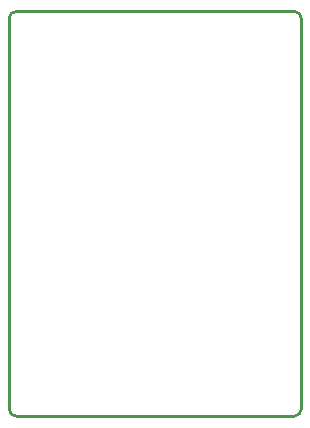
<source format=gbr>
G04 start of page 4 for group 2 idx 2 *
G04 Title: (unknown), outline *
G04 Creator: pcb 20110918 *
G04 CreationDate: Sun Sep 22 23:55:29 2013 UTC *
G04 For: mokus *
G04 Format: Gerber/RS-274X *
G04 PCB-Dimensions: 100000 140000 *
G04 PCB-Coordinate-Origin: lower left *
%MOIN*%
%FSLAX25Y25*%
%LNOUTLINE*%
%ADD41C,0.0100*%
G54D41*X1659Y6116D02*Y136116D01*
X4159Y138616D02*X96659D01*
X99159Y136116D02*Y6116D01*
X96659Y3616D02*X4159D01*
X1659Y136116D02*G75*G02X4159Y138616I2500J0D01*G01*
X96659D02*G75*G02X99159Y136116I0J-2500D01*G01*
X96659Y3616D02*G75*G03X99159Y6116I0J2500D01*G01*
X4159Y3616D02*G75*G02X1659Y6116I0J2500D01*G01*
M02*

</source>
